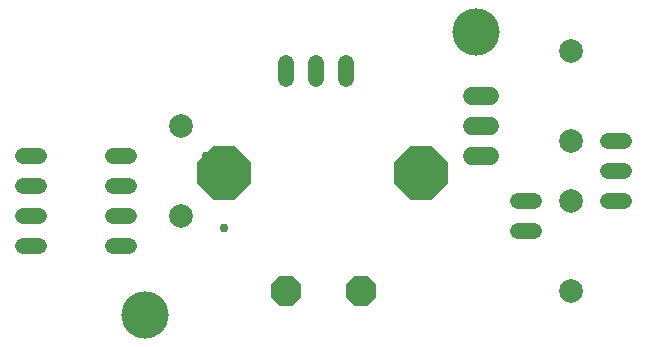
<source format=gbr>
G04 EAGLE Gerber RS-274X export*
G75*
%MOMM*%
%FSLAX34Y34*%
%LPD*%
%INTop Copper*%
%IPPOS*%
%AMOC8*
5,1,8,0,0,1.08239X$1,22.5*%
G01*
%ADD10C,1.320800*%
%ADD11C,1.524000*%
%ADD12P,4.870755X8X292.500000*%
%ADD13C,2.000000*%
%ADD14P,2.749271X8X22.500000*%
%ADD15C,0.756400*%
%ADD16C,4.000000*%


D10*
X475996Y127000D02*
X489204Y127000D01*
X489204Y101600D02*
X475996Y101600D01*
X70104Y165100D02*
X56896Y165100D01*
X56896Y139700D02*
X70104Y139700D01*
X133096Y139700D02*
X146304Y139700D01*
X146304Y165100D02*
X133096Y165100D01*
X70104Y114300D02*
X56896Y114300D01*
X56896Y88900D02*
X70104Y88900D01*
X133096Y114300D02*
X146304Y114300D01*
X146304Y88900D02*
X133096Y88900D01*
D11*
X436880Y215900D02*
X452120Y215900D01*
X452120Y190500D02*
X436880Y190500D01*
X436880Y165100D02*
X452120Y165100D01*
D12*
X226500Y150000D03*
X393500Y150000D03*
D10*
X552196Y127000D02*
X565404Y127000D01*
X565404Y177800D02*
X552196Y177800D01*
X552196Y152400D02*
X565404Y152400D01*
X330200Y229996D02*
X330200Y243204D01*
X279400Y243204D02*
X279400Y229996D01*
X304800Y229996D02*
X304800Y243204D01*
D13*
X190500Y114300D03*
X190500Y190500D03*
X520700Y254000D03*
X520700Y177800D03*
X520700Y50800D03*
X520700Y127000D03*
D14*
X279400Y50800D03*
X342900Y50800D03*
D15*
X211400Y165100D03*
X226500Y103700D03*
D16*
X160000Y30000D03*
X440000Y270000D03*
M02*

</source>
